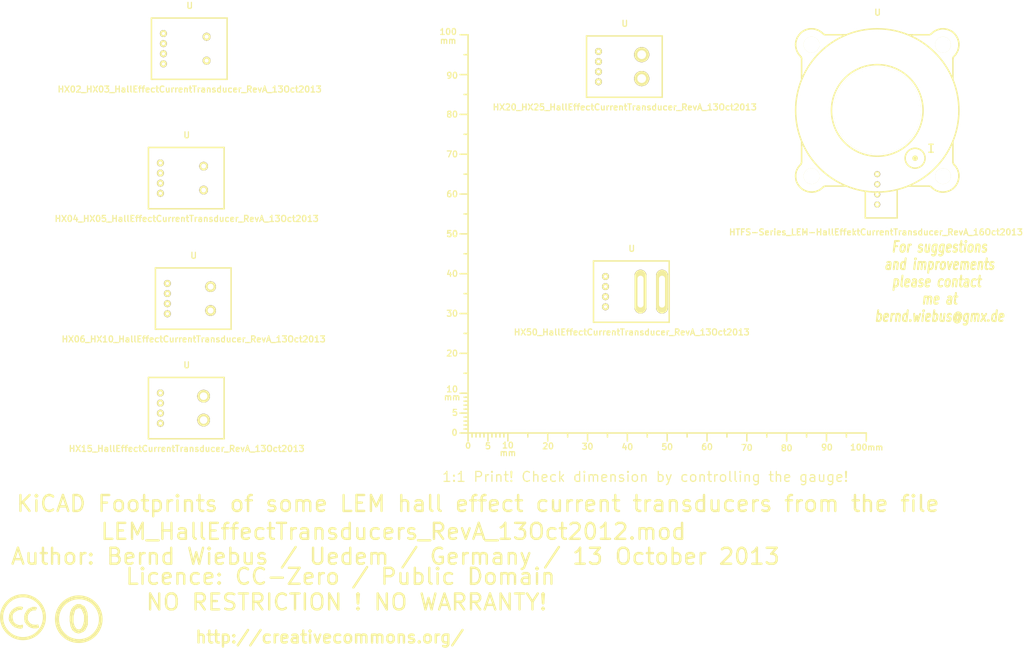
<source format=kicad_pcb>
(kicad_pcb (version 3) (host pcbnew "(2013-03-30 BZR 4007)-stable")

  (general
    (links 0)
    (no_connects 0)
    (area -16.90696 34.2816 284.688066 197.1694)
    (thickness 1.6002)
    (drawings 7)
    (tracks 0)
    (zones 0)
    (modules 10)
    (nets 1)
  )

  (page A4)
  (layers
    (15 Vorderseite signal)
    (0 Rückseite signal)
    (16 B.Adhes user)
    (17 F.Adhes user)
    (18 B.Paste user)
    (19 F.Paste user)
    (20 B.SilkS user)
    (21 F.SilkS user)
    (22 B.Mask user)
    (23 F.Mask user)
    (24 Dwgs.User user)
    (25 Cmts.User user)
    (26 Eco1.User user)
    (27 Eco2.User user)
    (28 Edge.Cuts user)
  )

  (setup
    (last_trace_width 0.2032)
    (trace_clearance 0.254)
    (zone_clearance 0.508)
    (zone_45_only no)
    (trace_min 0.2032)
    (segment_width 0.381)
    (edge_width 0.381)
    (via_size 0.889)
    (via_drill 0.635)
    (via_min_size 0.889)
    (via_min_drill 0.508)
    (uvia_size 0.508)
    (uvia_drill 0.127)
    (uvias_allowed no)
    (uvia_min_size 0.508)
    (uvia_min_drill 0.127)
    (pcb_text_width 0.3048)
    (pcb_text_size 1.524 2.032)
    (mod_edge_width 0.381)
    (mod_text_size 1.524 1.524)
    (mod_text_width 0.3048)
    (pad_size 1.5 1.5)
    (pad_drill 0.8)
    (pad_to_mask_clearance 0.254)
    (aux_axis_origin 0 0)
    (visible_elements 7FFFFFFF)
    (pcbplotparams
      (layerselection 3178497)
      (usegerberextensions true)
      (excludeedgelayer true)
      (linewidth 60)
      (plotframeref false)
      (viasonmask false)
      (mode 1)
      (useauxorigin false)
      (hpglpennumber 1)
      (hpglpenspeed 20)
      (hpglpendiameter 15)
      (hpglpenoverlay 0)
      (psnegative false)
      (psa4output false)
      (plotreference true)
      (plotvalue true)
      (plotothertext true)
      (plotinvisibletext false)
      (padsonsilk false)
      (subtractmaskfromsilk false)
      (outputformat 1)
      (mirror false)
      (drillshape 0)
      (scaleselection 1)
      (outputdirectory ""))
  )

  (net 0 "")

  (net_class Default "Dies ist die voreingestellte Netzklasse."
    (clearance 0.254)
    (trace_width 0.2032)
    (via_dia 0.889)
    (via_drill 0.635)
    (uvia_dia 0.508)
    (uvia_drill 0.127)
    (add_net "")
  )

  (module Gauge_100mm_Type2_SilkScreenTop_RevA_Date22Jun2010 (layer Vorderseite) (tedit 525A8D96) (tstamp 4D88F07A)
    (at 132.75056 141.2494)
    (descr "Gauge, Massstab, 100mm, SilkScreenTop, Type 2,")
    (tags "Gauge, Massstab, 100mm, SilkScreenTop, Type 2,")
    (path Gauge_100mm_Type2_SilkScreenTop_RevA_Date22Jun2010)
    (fp_text reference MSC (at 4.0005 8.99922) (layer F.SilkS) hide
      (effects (font (size 1.524 1.524) (thickness 0.3048)))
    )
    (fp_text value Gauge_100mm_Type2_SilkScreenTop_RevA_Date22Jun2010 (at 45.9994 8.99922) (layer F.SilkS) hide
      (effects (font (size 1.524 1.524) (thickness 0.3048)))
    )
    (fp_text user mm (at 9.99998 5.00126) (layer F.SilkS)
      (effects (font (size 1.524 1.524) (thickness 0.3048)))
    )
    (fp_text user mm (at -4.0005 -8.99922) (layer F.SilkS)
      (effects (font (size 1.524 1.524) (thickness 0.3048)))
    )
    (fp_text user mm (at -5.00126 -98.5012) (layer F.SilkS)
      (effects (font (size 1.524 1.524) (thickness 0.3048)))
    )
    (fp_text user 10 (at 10.00506 3.0988) (layer F.SilkS)
      (effects (font (size 1.50114 1.50114) (thickness 0.29972)))
    )
    (fp_text user 0 (at 0.00508 3.19786) (layer F.SilkS)
      (effects (font (size 1.39954 1.50114) (thickness 0.29972)))
    )
    (fp_text user 5 (at 5.0038 3.29946) (layer F.SilkS)
      (effects (font (size 1.50114 1.50114) (thickness 0.29972)))
    )
    (fp_text user 20 (at 20.1041 3.29946) (layer F.SilkS)
      (effects (font (size 1.50114 1.50114) (thickness 0.29972)))
    )
    (fp_text user 30 (at 30.00502 3.39852) (layer F.SilkS)
      (effects (font (size 1.50114 1.50114) (thickness 0.29972)))
    )
    (fp_text user 40 (at 40.005 3.50012) (layer F.SilkS)
      (effects (font (size 1.50114 1.50114) (thickness 0.29972)))
    )
    (fp_text user 50 (at 50.00498 3.50012) (layer F.SilkS)
      (effects (font (size 1.50114 1.50114) (thickness 0.29972)))
    )
    (fp_text user 60 (at 60.00496 3.50012) (layer F.SilkS)
      (effects (font (size 1.50114 1.50114) (thickness 0.29972)))
    )
    (fp_text user 70 (at 70.00494 3.70078) (layer F.SilkS)
      (effects (font (size 1.50114 1.50114) (thickness 0.29972)))
    )
    (fp_text user 80 (at 80.00492 3.79984) (layer F.SilkS)
      (effects (font (size 1.50114 1.50114) (thickness 0.29972)))
    )
    (fp_text user 90 (at 90.1065 3.60172) (layer F.SilkS)
      (effects (font (size 1.50114 1.50114) (thickness 0.29972)))
    )
    (fp_text user 100mm (at 100.10648 3.60172) (layer F.SilkS)
      (effects (font (size 1.50114 1.50114) (thickness 0.29972)))
    )
    (fp_line (start 0 -8.99922) (end -1.00076 -8.99922) (layer F.SilkS) (width 0.381))
    (fp_line (start 0 -8.001) (end -1.00076 -8.001) (layer F.SilkS) (width 0.381))
    (fp_line (start 0 -7.00024) (end -1.00076 -7.00024) (layer F.SilkS) (width 0.381))
    (fp_line (start 0 -5.99948) (end -1.00076 -5.99948) (layer F.SilkS) (width 0.381))
    (fp_line (start 0 -4.0005) (end -1.00076 -4.0005) (layer F.SilkS) (width 0.381))
    (fp_line (start 0 -2.99974) (end -1.00076 -2.99974) (layer F.SilkS) (width 0.381))
    (fp_line (start 0 -1.99898) (end -1.00076 -1.99898) (layer F.SilkS) (width 0.381))
    (fp_line (start 0 -1.00076) (end -1.00076 -1.00076) (layer F.SilkS) (width 0.381))
    (fp_line (start 0 0) (end -1.99898 0) (layer F.SilkS) (width 0.381))
    (fp_line (start 0 -5.00126) (end -1.99898 -5.00126) (layer F.SilkS) (width 0.381))
    (fp_line (start 0 -9.99998) (end -1.99898 -9.99998) (layer F.SilkS) (width 0.381))
    (fp_line (start 0 -15.00124) (end -1.00076 -15.00124) (layer F.SilkS) (width 0.381))
    (fp_line (start 0 -19.99996) (end -1.99898 -19.99996) (layer F.SilkS) (width 0.381))
    (fp_line (start 0 -25.00122) (end -1.00076 -25.00122) (layer F.SilkS) (width 0.381))
    (fp_line (start 0 -29.99994) (end -1.99898 -29.99994) (layer F.SilkS) (width 0.381))
    (fp_line (start 0 -35.0012) (end -1.00076 -35.0012) (layer F.SilkS) (width 0.381))
    (fp_line (start 0 -39.99992) (end -1.99898 -39.99992) (layer F.SilkS) (width 0.381))
    (fp_line (start 0 -45.00118) (end -1.00076 -45.00118) (layer F.SilkS) (width 0.381))
    (fp_line (start 0 -49.9999) (end -1.99898 -49.9999) (layer F.SilkS) (width 0.381))
    (fp_line (start 0 -55.00116) (end -1.00076 -55.00116) (layer F.SilkS) (width 0.381))
    (fp_line (start 0 -59.99988) (end -1.99898 -59.99988) (layer F.SilkS) (width 0.381))
    (fp_line (start 0 -65.00114) (end -1.00076 -65.00114) (layer F.SilkS) (width 0.381))
    (fp_line (start 0 -69.99986) (end -1.99898 -69.99986) (layer F.SilkS) (width 0.381))
    (fp_line (start 0 -75.00112) (end -1.00076 -75.00112) (layer F.SilkS) (width 0.381))
    (fp_line (start 0 -79.99984) (end -1.99898 -79.99984) (layer F.SilkS) (width 0.381))
    (fp_line (start 0 -85.0011) (end -1.00076 -85.0011) (layer F.SilkS) (width 0.381))
    (fp_line (start 0 -89.99982) (end -1.99898 -89.99982) (layer F.SilkS) (width 0.381))
    (fp_line (start 0 -95.00108) (end -1.00076 -95.00108) (layer F.SilkS) (width 0.381))
    (fp_line (start 0 0) (end 0 -99.9998) (layer F.SilkS) (width 0.381))
    (fp_line (start 0 -99.9998) (end -1.99898 -99.9998) (layer F.SilkS) (width 0.381))
    (fp_text user 100 (at -4.99872 -100.7491) (layer F.SilkS)
      (effects (font (size 1.50114 1.50114) (thickness 0.29972)))
    )
    (fp_text user 90 (at -4.0005 -89.7509) (layer F.SilkS)
      (effects (font (size 1.50114 1.50114) (thickness 0.29972)))
    )
    (fp_text user 80 (at -4.0005 -79.99984) (layer F.SilkS)
      (effects (font (size 1.50114 1.50114) (thickness 0.29972)))
    )
    (fp_text user 70 (at -4.0005 -69.99986) (layer F.SilkS)
      (effects (font (size 1.50114 1.50114) (thickness 0.29972)))
    )
    (fp_text user 60 (at -4.0005 -59.99988) (layer F.SilkS)
      (effects (font (size 1.50114 1.50114) (thickness 0.29972)))
    )
    (fp_text user 50 (at -4.0005 -49.9999) (layer F.SilkS)
      (effects (font (size 1.50114 1.50114) (thickness 0.34036)))
    )
    (fp_text user 40 (at -4.0005 -39.99992) (layer F.SilkS)
      (effects (font (size 1.50114 1.50114) (thickness 0.29972)))
    )
    (fp_text user 30 (at -4.0005 -29.99994) (layer F.SilkS)
      (effects (font (size 1.50114 1.50114) (thickness 0.29972)))
    )
    (fp_text user 20 (at -4.0005 -19.99996) (layer F.SilkS)
      (effects (font (size 1.50114 1.50114) (thickness 0.29972)))
    )
    (fp_line (start 95.00108 0) (end 95.00108 1.00076) (layer F.SilkS) (width 0.381))
    (fp_line (start 89.99982 0) (end 89.99982 1.99898) (layer F.SilkS) (width 0.381))
    (fp_line (start 85.0011 0) (end 85.0011 1.00076) (layer F.SilkS) (width 0.381))
    (fp_line (start 79.99984 0) (end 79.99984 1.99898) (layer F.SilkS) (width 0.381))
    (fp_line (start 75.00112 0) (end 75.00112 1.00076) (layer F.SilkS) (width 0.381))
    (fp_line (start 69.99986 0) (end 69.99986 1.99898) (layer F.SilkS) (width 0.381))
    (fp_line (start 65.00114 0) (end 65.00114 1.00076) (layer F.SilkS) (width 0.381))
    (fp_line (start 59.99988 0) (end 59.99988 1.99898) (layer F.SilkS) (width 0.381))
    (fp_line (start 55.00116 0) (end 55.00116 1.00076) (layer F.SilkS) (width 0.381))
    (fp_line (start 49.9999 0) (end 49.9999 1.99898) (layer F.SilkS) (width 0.381))
    (fp_line (start 45.00118 0) (end 45.00118 1.00076) (layer F.SilkS) (width 0.381))
    (fp_line (start 39.99992 0) (end 39.99992 1.99898) (layer F.SilkS) (width 0.381))
    (fp_line (start 35.0012 0) (end 35.0012 1.00076) (layer F.SilkS) (width 0.381))
    (fp_line (start 29.99994 0) (end 29.99994 1.99898) (layer F.SilkS) (width 0.381))
    (fp_line (start 25.00122 0) (end 25.00122 1.00076) (layer F.SilkS) (width 0.381))
    (fp_line (start 19.99996 0) (end 19.99996 1.99898) (layer F.SilkS) (width 0.381))
    (fp_line (start 15.00124 0) (end 15.00124 1.00076) (layer F.SilkS) (width 0.381))
    (fp_line (start 9.99998 0) (end 99.9998 0) (layer F.SilkS) (width 0.381))
    (fp_line (start 99.9998 0) (end 99.9998 1.99898) (layer F.SilkS) (width 0.381))
    (fp_text user 5 (at -3.302 -5.10286) (layer F.SilkS)
      (effects (font (size 1.50114 1.50114) (thickness 0.29972)))
    )
    (fp_text user 0 (at -3.4036 -0.10414) (layer F.SilkS)
      (effects (font (size 1.50114 1.50114) (thickness 0.29972)))
    )
    (fp_text user 10 (at -4.0005 -11.00074) (layer F.SilkS)
      (effects (font (size 1.50114 1.50114) (thickness 0.29972)))
    )
    (fp_line (start 8.99922 0) (end 8.99922 1.00076) (layer F.SilkS) (width 0.381))
    (fp_line (start 8.001 0) (end 8.001 1.00076) (layer F.SilkS) (width 0.381))
    (fp_line (start 7.00024 0) (end 7.00024 1.00076) (layer F.SilkS) (width 0.381))
    (fp_line (start 5.99948 0) (end 5.99948 1.00076) (layer F.SilkS) (width 0.381))
    (fp_line (start 4.0005 0) (end 4.0005 1.00076) (layer F.SilkS) (width 0.381))
    (fp_line (start 2.99974 0) (end 2.99974 1.00076) (layer F.SilkS) (width 0.381))
    (fp_line (start 1.99898 0) (end 1.99898 1.00076) (layer F.SilkS) (width 0.381))
    (fp_line (start 1.00076 0) (end 1.00076 1.00076) (layer F.SilkS) (width 0.381))
    (fp_line (start 5.00126 0) (end 5.00126 1.99898) (layer F.SilkS) (width 0.381))
    (fp_line (start 0 0) (end 0 1.99898) (layer F.SilkS) (width 0.381))
    (fp_line (start 0 0) (end 9.99998 0) (layer F.SilkS) (width 0.381))
    (fp_line (start 9.99998 0) (end 9.99998 1.99898) (layer F.SilkS) (width 0.381))
  )

  (module Symbol_CC-PublicDomain_SilkScreenTop_Big (layer Vorderseite) (tedit 515D641F) (tstamp 515F0B64)
    (at 35 188)
    (descr "Symbol, CC-PublicDomain, SilkScreen Top, Big,")
    (tags "Symbol, CC-PublicDomain, SilkScreen Top, Big,")
    (path Symbol_CC-Noncommercial_CopperTop_Big)
    (fp_text reference Sym (at 0.59944 -7.29996) (layer F.SilkS) hide
      (effects (font (size 1.524 1.524) (thickness 0.3048)))
    )
    (fp_text value Symbol_CC-PublicDomain_SilkScreenTop_Big (at 0.59944 8.001) (layer F.SilkS) hide
      (effects (font (size 1.524 1.524) (thickness 0.3048)))
    )
    (fp_circle (center 0 0) (end 5.8 -0.05) (layer F.SilkS) (width 0.381))
    (fp_circle (center 0 0) (end 5.5 0) (layer F.SilkS) (width 0.381))
    (fp_circle (center 0.05 0) (end 5.25 0) (layer F.SilkS) (width 0.381))
    (fp_line (start 1.1 -2.5) (end 1.4 -1.9) (layer F.SilkS) (width 0.381))
    (fp_line (start -1.8 1.2) (end -1.6 1.9) (layer F.SilkS) (width 0.381))
    (fp_line (start -1.6 1.9) (end -1.2 2.5) (layer F.SilkS) (width 0.381))
    (fp_line (start 0 -3) (end 0.75 -2.75) (layer F.SilkS) (width 0.381))
    (fp_line (start 0.75 -2.75) (end 1 -2.25) (layer F.SilkS) (width 0.381))
    (fp_line (start 1 -2.25) (end 1.5 -1) (layer F.SilkS) (width 0.381))
    (fp_line (start 1.5 -1) (end 1.5 -0.5) (layer F.SilkS) (width 0.381))
    (fp_line (start 1.5 -0.5) (end 1.5 0.5) (layer F.SilkS) (width 0.381))
    (fp_line (start 1.5 0.5) (end 1.25 1.5) (layer F.SilkS) (width 0.381))
    (fp_line (start 1.25 1.5) (end 0.75 2.5) (layer F.SilkS) (width 0.381))
    (fp_line (start 0.75 2.5) (end 0.25 2.75) (layer F.SilkS) (width 0.381))
    (fp_line (start 0.25 2.75) (end -0.25 2.75) (layer F.SilkS) (width 0.381))
    (fp_line (start -0.25 2.75) (end -0.75 2.5) (layer F.SilkS) (width 0.381))
    (fp_line (start -0.75 2.5) (end -1.25 1.75) (layer F.SilkS) (width 0.381))
    (fp_line (start -1.25 1.75) (end -1.5 0.75) (layer F.SilkS) (width 0.381))
    (fp_line (start -1.5 0.75) (end -1.5 -0.75) (layer F.SilkS) (width 0.381))
    (fp_line (start -1.5 -0.75) (end -1.25 -1.75) (layer F.SilkS) (width 0.381))
    (fp_line (start -1.25 -1.75) (end -1 -2.5) (layer F.SilkS) (width 0.381))
    (fp_line (start -1 -2.5) (end -0.3 -2.9) (layer F.SilkS) (width 0.381))
    (fp_line (start -0.3 -2.9) (end 0.2 -3) (layer F.SilkS) (width 0.381))
    (fp_line (start 0.2 -3) (end 0.8 -3) (layer F.SilkS) (width 0.381))
    (fp_line (start 0.8 -3) (end 1.4 -2.3) (layer F.SilkS) (width 0.381))
    (fp_line (start 1.4 -2.3) (end 1.6 -1.4) (layer F.SilkS) (width 0.381))
    (fp_line (start 1.6 -1.4) (end 1.7 -0.3) (layer F.SilkS) (width 0.381))
    (fp_line (start 1.7 -0.3) (end 1.7 0.9) (layer F.SilkS) (width 0.381))
    (fp_line (start 1.7 0.9) (end 1.4 1.8) (layer F.SilkS) (width 0.381))
    (fp_line (start 1.4 1.8) (end 1 2.7) (layer F.SilkS) (width 0.381))
    (fp_line (start 1 2.7) (end 0.5 3) (layer F.SilkS) (width 0.381))
    (fp_line (start 0.5 3) (end -0.4 3) (layer F.SilkS) (width 0.381))
    (fp_line (start -0.4 3) (end -1.3 2.3) (layer F.SilkS) (width 0.381))
    (fp_line (start -1.3 2.3) (end -1.7 1) (layer F.SilkS) (width 0.381))
    (fp_line (start -1.7 1) (end -1.8 -0.7) (layer F.SilkS) (width 0.381))
    (fp_line (start -1.8 -0.7) (end -1.4 -2.2) (layer F.SilkS) (width 0.381))
    (fp_line (start -1.4 -2.2) (end -1 -2.9) (layer F.SilkS) (width 0.381))
    (fp_line (start -1 -2.9) (end -0.2 -3.3) (layer F.SilkS) (width 0.381))
    (fp_line (start -0.2 -3.3) (end 0.7 -3.2) (layer F.SilkS) (width 0.381))
    (fp_line (start 0.7 -3.2) (end 1.3 -3.1) (layer F.SilkS) (width 0.381))
    (fp_line (start 1.3 -3.1) (end 1.7 -2.4) (layer F.SilkS) (width 0.381))
    (fp_line (start 1.7 -2.4) (end 2 -1.6) (layer F.SilkS) (width 0.381))
    (fp_line (start 2 -1.6) (end 2.1 -0.6) (layer F.SilkS) (width 0.381))
    (fp_line (start 2.1 -0.6) (end 2.1 0.3) (layer F.SilkS) (width 0.381))
    (fp_line (start 2.1 0.3) (end 2.1 1.3) (layer F.SilkS) (width 0.381))
    (fp_line (start 2.1 1.3) (end 1.9 1.8) (layer F.SilkS) (width 0.381))
    (fp_line (start 1.9 1.8) (end 1.5 2.6) (layer F.SilkS) (width 0.381))
    (fp_line (start 1.5 2.6) (end 1.1 3) (layer F.SilkS) (width 0.381))
    (fp_line (start 1.1 3) (end 0.4 3.3) (layer F.SilkS) (width 0.381))
    (fp_line (start 0.4 3.3) (end -0.1 3.4) (layer F.SilkS) (width 0.381))
    (fp_line (start -0.1 3.4) (end -0.8 3.2) (layer F.SilkS) (width 0.381))
    (fp_line (start -0.8 3.2) (end -1.5 2.6) (layer F.SilkS) (width 0.381))
    (fp_line (start -1.5 2.6) (end -1.9 1.7) (layer F.SilkS) (width 0.381))
    (fp_line (start -1.9 1.7) (end -2.1 0.4) (layer F.SilkS) (width 0.381))
    (fp_line (start -2.1 0.4) (end -2.1 -0.6) (layer F.SilkS) (width 0.381))
    (fp_line (start -2.1 -0.6) (end -2 -1.6) (layer F.SilkS) (width 0.381))
    (fp_line (start -2 -1.6) (end -1.7 -2.4) (layer F.SilkS) (width 0.381))
    (fp_line (start -1.7 -2.4) (end -1.2 -3.1) (layer F.SilkS) (width 0.381))
    (fp_line (start -1.2 -3.1) (end -0.4 -3.6) (layer F.SilkS) (width 0.381))
    (fp_line (start -0.4 -3.6) (end 0.4 -3.6) (layer F.SilkS) (width 0.381))
    (fp_line (start 0.4 -3.6) (end 1.1 -3.2) (layer F.SilkS) (width 0.381))
    (fp_line (start 1.1 -3.2) (end 1.1 -2.9) (layer F.SilkS) (width 0.381))
    (fp_line (start 1.1 -2.9) (end 1.8 -1.5) (layer F.SilkS) (width 0.381))
    (fp_line (start 1.8 -1.5) (end 1.8 -0.4) (layer F.SilkS) (width 0.381))
    (fp_line (start 1.8 -0.4) (end 1.8 1.1) (layer F.SilkS) (width 0.381))
    (fp_line (start 1.8 1.1) (end 1.2 2.6) (layer F.SilkS) (width 0.381))
    (fp_line (start 1.2 2.6) (end 0.2 3.2) (layer F.SilkS) (width 0.381))
    (fp_line (start 0.2 3.2) (end -0.5 3.2) (layer F.SilkS) (width 0.381))
    (fp_line (start -0.5 3.2) (end -1.1 2.7) (layer F.SilkS) (width 0.381))
    (fp_line (start -1.1 2.7) (end -1.9 0.6) (layer F.SilkS) (width 0.381))
    (fp_line (start -1.9 0.6) (end -1.7 -1.9) (layer F.SilkS) (width 0.381))
  )

  (module Symbol_CreativeCommons_SilkScreenTop_Type2_Big (layer Vorderseite) (tedit 515D640C) (tstamp 515F46B2)
    (at 21 187.5)
    (descr "Symbol, Creative Commons, SilkScreen Top, Type 2, Big,")
    (tags "Symbol, Creative Commons, SilkScreen Top, Type 2, Big,")
    (path Symbol_CreativeCommons_CopperTop_Type2_Big)
    (fp_text reference Sym (at 0.59944 -7.29996) (layer F.SilkS) hide
      (effects (font (size 1.524 1.524) (thickness 0.3048)))
    )
    (fp_text value Symbol_CreativeCommons_Typ2_SilkScreenTop_Big (at 0.59944 8.001) (layer F.SilkS) hide
      (effects (font (size 1.524 1.524) (thickness 0.3048)))
    )
    (fp_line (start -0.70104 2.70002) (end -0.29972 2.60096) (layer F.SilkS) (width 0.381))
    (fp_line (start -0.29972 2.60096) (end -0.20066 2.10058) (layer F.SilkS) (width 0.381))
    (fp_line (start -2.49936 -1.69926) (end -2.70002 -1.6002) (layer F.SilkS) (width 0.381))
    (fp_line (start -2.70002 -1.6002) (end -3.0988 -1.00076) (layer F.SilkS) (width 0.381))
    (fp_line (start -3.0988 -1.00076) (end -3.29946 -0.50038) (layer F.SilkS) (width 0.381))
    (fp_line (start -3.29946 -0.50038) (end -3.40106 0.39878) (layer F.SilkS) (width 0.381))
    (fp_line (start -3.40106 0.39878) (end -3.29946 0.89916) (layer F.SilkS) (width 0.381))
    (fp_line (start -0.19812 2.4003) (end -0.29718 2.59842) (layer F.SilkS) (width 0.381))
    (fp_line (start 3.70078 2.10058) (end 3.79984 2.4003) (layer F.SilkS) (width 0.381))
    (fp_line (start 2.99974 -2.4003) (end 3.29946 -2.30124) (layer F.SilkS) (width 0.381))
    (fp_line (start 3.29946 -2.30124) (end 3.0988 -1.99898) (layer F.SilkS) (width 0.381))
    (fp_line (start 0 -5.40004) (end -0.50038 -5.40004) (layer F.SilkS) (width 0.381))
    (fp_line (start -0.50038 -5.40004) (end -1.30048 -5.10032) (layer F.SilkS) (width 0.381))
    (fp_line (start -1.30048 -5.10032) (end -1.99898 -4.89966) (layer F.SilkS) (width 0.381))
    (fp_line (start -1.99898 -4.89966) (end -2.70002 -4.699) (layer F.SilkS) (width 0.381))
    (fp_line (start -2.70002 -4.699) (end -3.29946 -4.20116) (layer F.SilkS) (width 0.381))
    (fp_line (start -3.29946 -4.20116) (end -4.0005 -3.59918) (layer F.SilkS) (width 0.381))
    (fp_line (start -4.0005 -3.59918) (end -4.50088 -2.99974) (layer F.SilkS) (width 0.381))
    (fp_line (start -4.50088 -2.99974) (end -5.00126 -2.10058) (layer F.SilkS) (width 0.381))
    (fp_line (start -5.00126 -2.10058) (end -5.30098 -1.09982) (layer F.SilkS) (width 0.381))
    (fp_line (start -5.30098 -1.09982) (end -5.40004 0.09906) (layer F.SilkS) (width 0.381))
    (fp_line (start -5.40004 0.09906) (end -5.19938 1.30048) (layer F.SilkS) (width 0.381))
    (fp_line (start -5.19938 1.30048) (end -4.8006 2.4003) (layer F.SilkS) (width 0.381))
    (fp_line (start -4.8006 2.4003) (end -3.79984 3.8989) (layer F.SilkS) (width 0.381))
    (fp_line (start -3.79984 3.8989) (end -2.60096 4.8006) (layer F.SilkS) (width 0.381))
    (fp_line (start -2.60096 4.8006) (end -1.30048 5.30098) (layer F.SilkS) (width 0.381))
    (fp_line (start -1.30048 5.30098) (end 0.09906 5.30098) (layer F.SilkS) (width 0.381))
    (fp_line (start 0.09906 5.30098) (end 1.6002 5.19938) (layer F.SilkS) (width 0.381))
    (fp_line (start 1.6002 5.19938) (end 2.60096 4.699) (layer F.SilkS) (width 0.381))
    (fp_line (start 2.60096 4.699) (end 4.20116 3.40106) (layer F.SilkS) (width 0.381))
    (fp_line (start 4.20116 3.40106) (end 5.00126 1.80086) (layer F.SilkS) (width 0.381))
    (fp_line (start 5.00126 1.80086) (end 5.40004 0.29972) (layer F.SilkS) (width 0.381))
    (fp_line (start 5.40004 0.29972) (end 5.19938 -1.39954) (layer F.SilkS) (width 0.381))
    (fp_line (start 5.19938 -1.39954) (end 4.699 -2.49936) (layer F.SilkS) (width 0.381))
    (fp_line (start 4.699 -2.49936) (end 3.40106 -4.09956) (layer F.SilkS) (width 0.381))
    (fp_line (start 3.40106 -4.09956) (end 2.4003 -4.8006) (layer F.SilkS) (width 0.381))
    (fp_line (start 2.4003 -4.8006) (end 1.39954 -5.19938) (layer F.SilkS) (width 0.381))
    (fp_line (start 1.39954 -5.19938) (end 0 -5.30098) (layer F.SilkS) (width 0.381))
    (fp_line (start 0.60198 -0.70104) (end 0.50292 -0.20066) (layer F.SilkS) (width 0.381))
    (fp_line (start 0.50292 -0.20066) (end 0.50292 0.49784) (layer F.SilkS) (width 0.381))
    (fp_line (start 0.50292 0.49784) (end 0.60198 1.09982) (layer F.SilkS) (width 0.381))
    (fp_line (start 0.60198 1.09982) (end 1.00076 1.69926) (layer F.SilkS) (width 0.381))
    (fp_line (start 1.00076 1.69926) (end 1.50114 2.19964) (layer F.SilkS) (width 0.381))
    (fp_line (start 1.50114 2.19964) (end 2.10058 2.49936) (layer F.SilkS) (width 0.381))
    (fp_line (start 2.10058 2.49936) (end 2.60096 2.59842) (layer F.SilkS) (width 0.381))
    (fp_line (start 2.60096 2.59842) (end 3.00228 2.59842) (layer F.SilkS) (width 0.381))
    (fp_line (start 3.00228 2.59842) (end 3.40106 2.59842) (layer F.SilkS) (width 0.381))
    (fp_line (start 3.40106 2.59842) (end 3.80238 2.49936) (layer F.SilkS) (width 0.381))
    (fp_line (start 3.80238 2.49936) (end 3.70078 2.2987) (layer F.SilkS) (width 0.381))
    (fp_line (start 3.70078 2.2987) (end 2.80162 2.4003) (layer F.SilkS) (width 0.381))
    (fp_line (start 2.80162 2.4003) (end 1.80086 2.09804) (layer F.SilkS) (width 0.381))
    (fp_line (start 1.80086 2.09804) (end 1.20142 1.6002) (layer F.SilkS) (width 0.381))
    (fp_line (start 1.20142 1.6002) (end 0.80264 0.6985) (layer F.SilkS) (width 0.381))
    (fp_line (start 0.80264 0.6985) (end 0.70104 -0.29972) (layer F.SilkS) (width 0.381))
    (fp_line (start 0.70104 -0.29972) (end 1.00076 -1.00076) (layer F.SilkS) (width 0.381))
    (fp_line (start 1.00076 -1.00076) (end 1.60274 -1.7018) (layer F.SilkS) (width 0.381))
    (fp_line (start 1.60274 -1.7018) (end 2.30124 -2.10058) (layer F.SilkS) (width 0.381))
    (fp_line (start 2.30124 -2.10058) (end 3.00228 -2.10058) (layer F.SilkS) (width 0.381))
    (fp_line (start 3.00228 -2.10058) (end 3.10134 -1.89992) (layer F.SilkS) (width 0.381))
    (fp_line (start 3.10134 -1.89992) (end 2.5019 -1.89992) (layer F.SilkS) (width 0.381))
    (fp_line (start 2.5019 -1.89992) (end 1.80086 -1.6002) (layer F.SilkS) (width 0.381))
    (fp_line (start 1.80086 -1.6002) (end 1.30048 -1.00076) (layer F.SilkS) (width 0.381))
    (fp_line (start 1.30048 -1.00076) (end 1.00076 -0.40132) (layer F.SilkS) (width 0.381))
    (fp_line (start 1.00076 -0.40132) (end 1.00076 0.09906) (layer F.SilkS) (width 0.381))
    (fp_line (start 1.00076 0.09906) (end 1.00076 0.6985) (layer F.SilkS) (width 0.381))
    (fp_line (start 1.00076 0.6985) (end 1.30048 1.19888) (layer F.SilkS) (width 0.381))
    (fp_line (start 1.30048 1.19888) (end 1.7018 1.69926) (layer F.SilkS) (width 0.381))
    (fp_line (start 1.7018 1.69926) (end 2.30124 1.99898) (layer F.SilkS) (width 0.381))
    (fp_line (start 2.30124 1.99898) (end 2.90068 2.09804) (layer F.SilkS) (width 0.381))
    (fp_line (start 2.90068 2.09804) (end 3.40106 2.09804) (layer F.SilkS) (width 0.381))
    (fp_line (start 3.40106 2.09804) (end 3.70078 1.99898) (layer F.SilkS) (width 0.381))
    (fp_line (start 3.00228 -2.4003) (end 2.40284 -2.4003) (layer F.SilkS) (width 0.381))
    (fp_line (start 2.40284 -2.4003) (end 2.00152 -2.20218) (layer F.SilkS) (width 0.381))
    (fp_line (start 2.00152 -2.20218) (end 1.50114 -2.00152) (layer F.SilkS) (width 0.381))
    (fp_line (start 1.50114 -2.00152) (end 1.10236 -1.6002) (layer F.SilkS) (width 0.381))
    (fp_line (start 1.10236 -1.6002) (end 0.80264 -1.09982) (layer F.SilkS) (width 0.381))
    (fp_line (start 0.80264 -1.09982) (end 0.60198 -0.70104) (layer F.SilkS) (width 0.381))
    (fp_line (start -0.39878 -1.99898) (end -0.89916 -1.99898) (layer F.SilkS) (width 0.381))
    (fp_line (start -0.89916 -1.99898) (end -1.39954 -1.89738) (layer F.SilkS) (width 0.381))
    (fp_line (start -1.39954 -1.89738) (end -1.89992 -1.59766) (layer F.SilkS) (width 0.381))
    (fp_line (start -1.89992 -1.59766) (end -2.4003 -1.19888) (layer F.SilkS) (width 0.381))
    (fp_line (start -2.4003 -1.30048) (end -2.70002 -0.8001) (layer F.SilkS) (width 0.381))
    (fp_line (start -2.70002 -0.8001) (end -2.79908 -0.29972) (layer F.SilkS) (width 0.381))
    (fp_line (start -2.79908 -0.29972) (end -2.79908 0.20066) (layer F.SilkS) (width 0.381))
    (fp_line (start -2.79908 0.20066) (end -2.59842 1.00076) (layer F.SilkS) (width 0.381))
    (fp_line (start -2.69748 1.00076) (end -2.39776 1.39954) (layer F.SilkS) (width 0.381))
    (fp_line (start -2.29616 1.4986) (end -1.79578 1.89992) (layer F.SilkS) (width 0.381))
    (fp_line (start -1.79578 1.89992) (end -1.29794 2.09804) (layer F.SilkS) (width 0.381))
    (fp_line (start -1.29794 2.09804) (end -0.89662 2.19964) (layer F.SilkS) (width 0.381))
    (fp_line (start -0.89662 2.19964) (end -0.49784 2.19964) (layer F.SilkS) (width 0.381))
    (fp_line (start -0.49784 2.19964) (end -0.19812 2.09804) (layer F.SilkS) (width 0.381))
    (fp_line (start -0.19812 2.09804) (end -0.29718 2.4003) (layer F.SilkS) (width 0.381))
    (fp_line (start -0.29718 2.4003) (end -0.89662 2.49936) (layer F.SilkS) (width 0.381))
    (fp_line (start -0.89662 2.49936) (end -1.59766 2.2987) (layer F.SilkS) (width 0.381))
    (fp_line (start -1.59766 2.2987) (end -2.29616 1.79832) (layer F.SilkS) (width 0.381))
    (fp_line (start -2.29616 1.79832) (end -2.79654 1.29794) (layer F.SilkS) (width 0.381))
    (fp_line (start -2.79908 1.39954) (end -2.99974 0.70104) (layer F.SilkS) (width 0.381))
    (fp_line (start -2.99974 0.70104) (end -3.0988 0) (layer F.SilkS) (width 0.381))
    (fp_line (start -3.0988 0) (end -2.99974 -0.59944) (layer F.SilkS) (width 0.381))
    (fp_line (start -2.99974 -0.8001) (end -2.70002 -1.30048) (layer F.SilkS) (width 0.381))
    (fp_line (start -2.70002 -1.09982) (end -2.19964 -1.6002) (layer F.SilkS) (width 0.381))
    (fp_line (start -2.19964 -1.69926) (end -1.69926 -1.99898) (layer F.SilkS) (width 0.381))
    (fp_line (start -1.69926 -1.99898) (end -1.19888 -2.19964) (layer F.SilkS) (width 0.381))
    (fp_line (start -1.19888 -2.19964) (end -0.6985 -2.19964) (layer F.SilkS) (width 0.381))
    (fp_line (start -0.6985 -2.19964) (end -0.29972 -2.19964) (layer F.SilkS) (width 0.381))
    (fp_line (start -0.29972 -2.19964) (end -0.20066 -2.39776) (layer F.SilkS) (width 0.381))
    (fp_line (start -0.20066 -2.39776) (end -0.59944 -2.49936) (layer F.SilkS) (width 0.381))
    (fp_line (start -0.59944 -2.49936) (end -1.00076 -2.49936) (layer F.SilkS) (width 0.381))
    (fp_line (start -1.00076 -2.49936) (end -1.4986 -2.39776) (layer F.SilkS) (width 0.381))
    (fp_line (start -1.4986 -2.39776) (end -2.10058 -2.09804) (layer F.SilkS) (width 0.381))
    (fp_line (start -2.10058 -2.09804) (end -2.59842 -1.69926) (layer F.SilkS) (width 0.381))
    (fp_line (start -2.59842 -1.6002) (end -3.0988 -0.89916) (layer F.SilkS) (width 0.381))
    (fp_line (start -3.0988 -0.89916) (end -3.29946 -0.29972) (layer F.SilkS) (width 0.381))
    (fp_line (start -3.29946 -0.29972) (end -3.29946 0.40132) (layer F.SilkS) (width 0.381))
    (fp_line (start -3.29946 0.40132) (end -3.2004 1.00076) (layer F.SilkS) (width 0.381))
    (fp_line (start -3.29946 0.8001) (end -2.99974 1.39954) (layer F.SilkS) (width 0.381))
    (fp_line (start -2.89814 1.4986) (end -2.49682 1.99898) (layer F.SilkS) (width 0.381))
    (fp_line (start -2.49682 1.99898) (end -1.89738 2.4003) (layer F.SilkS) (width 0.381))
    (fp_line (start -1.89738 2.4003) (end -1.19634 2.59842) (layer F.SilkS) (width 0.381))
    (fp_line (start -1.19634 2.59842) (end -0.69596 2.70002) (layer F.SilkS) (width 0.381))
    (fp_line (start -2.9972 1.19888) (end -2.59842 1.19888) (layer F.SilkS) (width 0.381))
    (fp_circle (center 0 0) (end 5.08 1.016) (layer F.SilkS) (width 0.381))
    (fp_circle (center 0 0) (end 5.588 0) (layer F.SilkS) (width 0.381))
  )

  (module HTFS-Series_LEM-HallEffektCurrentTransducer_RevA_16Oct2013 (layer Vorderseite) (tedit 525EE51B) (tstamp 525EE8A7)
    (at 235.5 60.25)
    (fp_text reference U (at 0.075 -24.6) (layer F.SilkS)
      (effects (font (size 1.524 1.524) (thickness 0.3048)))
    )
    (fp_text value HTFS-Series_LEM-HallEffektCurrentTransducer_RevA_16Oct2013 (at -0.325 30.575) (layer F.SilkS)
      (effects (font (size 1.524 1.524) (thickness 0.3048)))
    )
    (fp_circle (center 9.5 12) (end 9.675 12.125) (layer F.SilkS) (width 0.381))
    (fp_line (start 13 10.5) (end 14 10.5) (layer F.SilkS) (width 0.381))
    (fp_line (start 13 8.5) (end 14 8.5) (layer F.SilkS) (width 0.381))
    (fp_line (start 13.5 8.5) (end 13.5 10.5) (layer F.SilkS) (width 0.381))
    (fp_circle (center 9.5 12) (end 10 12) (layer F.SilkS) (width 0.381))
    (fp_circle (center 9.5 12) (end 11.5 13.5) (layer F.SilkS) (width 0.381))
    (fp_line (start 20.05 14.65) (end 19.85 14.3) (layer F.SilkS) (width 0.381))
    (fp_line (start 19.85 14.3) (end 19.65 14) (layer F.SilkS) (width 0.381))
    (fp_line (start 19.65 14) (end 19.4 13.75) (layer F.SilkS) (width 0.381))
    (fp_line (start 19.4 13.75) (end 19.2 13.5) (layer F.SilkS) (width 0.381))
    (fp_line (start 19.2 13.5) (end 19.1 13.35) (layer F.SilkS) (width 0.381))
    (fp_line (start 19.1 13.35) (end 19 13.05) (layer F.SilkS) (width 0.381))
    (fp_line (start 13 19) (end 13.3 19.05) (layer F.SilkS) (width 0.381))
    (fp_line (start 13.3 19.05) (end 13.5 19.15) (layer F.SilkS) (width 0.381))
    (fp_line (start 13.5 19.15) (end 13.75 19.4) (layer F.SilkS) (width 0.381))
    (fp_line (start 13.75 19.4) (end 14.1 19.7) (layer F.SilkS) (width 0.381))
    (fp_line (start 14.1 19.7) (end 14.4 19.9) (layer F.SilkS) (width 0.381))
    (fp_line (start 14.4 19.9) (end 14.85 20.15) (layer F.SilkS) (width 0.381))
    (fp_line (start 14.85 20.15) (end 15.4 20.35) (layer F.SilkS) (width 0.381))
    (fp_line (start 15.4 20.35) (end 15.8 20.45) (layer F.SilkS) (width 0.381))
    (fp_line (start 15.8 20.45) (end 16.2 20.5) (layer F.SilkS) (width 0.381))
    (fp_line (start 16.2 20.5) (end 16.7 20.5) (layer F.SilkS) (width 0.381))
    (fp_line (start 16.7 20.5) (end 17.15 20.45) (layer F.SilkS) (width 0.381))
    (fp_line (start 17.15 20.45) (end 17.6 20.35) (layer F.SilkS) (width 0.381))
    (fp_line (start 17.6 20.35) (end 18.05 20.2) (layer F.SilkS) (width 0.381))
    (fp_line (start 18.05 20.2) (end 18.55 19.95) (layer F.SilkS) (width 0.381))
    (fp_line (start 18.55 19.95) (end 19.05 19.6) (layer F.SilkS) (width 0.381))
    (fp_line (start 19.05 19.6) (end 19.5 19.15) (layer F.SilkS) (width 0.381))
    (fp_line (start 19.5 19.15) (end 19.75 18.85) (layer F.SilkS) (width 0.381))
    (fp_line (start 19.75 18.85) (end 19.9 18.6) (layer F.SilkS) (width 0.381))
    (fp_line (start 19.9 18.6) (end 20.15 18.15) (layer F.SilkS) (width 0.381))
    (fp_line (start 20.15 18.15) (end 20.3 17.75) (layer F.SilkS) (width 0.381))
    (fp_line (start 20.3 17.75) (end 20.4 17.35) (layer F.SilkS) (width 0.381))
    (fp_line (start 20.4 17.35) (end 20.45 17.05) (layer F.SilkS) (width 0.381))
    (fp_line (start 20.45 17.05) (end 20.5 16.75) (layer F.SilkS) (width 0.381))
    (fp_line (start 20.5 16.75) (end 20.5 16.45) (layer F.SilkS) (width 0.381))
    (fp_line (start 20.5 16.45) (end 20.5 16.15) (layer F.SilkS) (width 0.381))
    (fp_line (start 20.5 16.15) (end 20.45 15.8) (layer F.SilkS) (width 0.381))
    (fp_line (start 20.45 15.8) (end 20.35 15.4) (layer F.SilkS) (width 0.381))
    (fp_line (start 20.35 15.4) (end 20.2 14.95) (layer F.SilkS) (width 0.381))
    (fp_line (start 20.2 14.95) (end 20.05 14.65) (layer F.SilkS) (width 0.381))
    (fp_line (start 8 19) (end 13 19) (layer F.SilkS) (width 0.381))
    (fp_line (start -8 19) (end -13 19) (layer F.SilkS) (width 0.381))
    (fp_line (start -19 13.05) (end -19.05 13.25) (layer F.SilkS) (width 0.381))
    (fp_line (start -19.05 13.25) (end -19.15 13.5) (layer F.SilkS) (width 0.381))
    (fp_line (start -19.15 13.5) (end -19.35 13.7) (layer F.SilkS) (width 0.381))
    (fp_line (start -19.35 13.7) (end -19.65 14.05) (layer F.SilkS) (width 0.381))
    (fp_line (start -19.65 14.05) (end -19.85 14.3) (layer F.SilkS) (width 0.381))
    (fp_line (start -19.85 14.3) (end -20 14.55) (layer F.SilkS) (width 0.381))
    (fp_line (start -20 14.55) (end -20.15 14.85) (layer F.SilkS) (width 0.381))
    (fp_line (start -20.15 14.85) (end -20.3 15.2) (layer F.SilkS) (width 0.381))
    (fp_line (start -20.3 15.2) (end -20.45 15.8) (layer F.SilkS) (width 0.381))
    (fp_line (start -20.45 15.8) (end -20.5 16.2) (layer F.SilkS) (width 0.381))
    (fp_line (start -20.5 16.2) (end -20.5 16.65) (layer F.SilkS) (width 0.381))
    (fp_line (start -20.5 16.65) (end -20.45 17.05) (layer F.SilkS) (width 0.381))
    (fp_line (start -20.45 17.05) (end -20.4 17.45) (layer F.SilkS) (width 0.381))
    (fp_line (start -20.4 17.45) (end -20.3 17.8) (layer F.SilkS) (width 0.381))
    (fp_line (start -20.3 17.8) (end -20.1 18.25) (layer F.SilkS) (width 0.381))
    (fp_line (start -20.1 18.25) (end -19.9 18.6) (layer F.SilkS) (width 0.381))
    (fp_line (start -19.9 18.6) (end -19.6 19) (layer F.SilkS) (width 0.381))
    (fp_line (start -19.6 19) (end -19.3 19.35) (layer F.SilkS) (width 0.381))
    (fp_line (start -19.3 19.35) (end -18.85 19.75) (layer F.SilkS) (width 0.381))
    (fp_line (start -18.85 19.75) (end -18.45 20) (layer F.SilkS) (width 0.381))
    (fp_line (start -18.45 20) (end -17.9 20.25) (layer F.SilkS) (width 0.381))
    (fp_line (start -17.9 20.25) (end -17.4 20.4) (layer F.SilkS) (width 0.381))
    (fp_line (start -17.4 20.4) (end -17.15 20.45) (layer F.SilkS) (width 0.381))
    (fp_line (start -17.15 20.45) (end -16.6 20.5) (layer F.SilkS) (width 0.381))
    (fp_line (start -16.6 20.5) (end -16.25 20.5) (layer F.SilkS) (width 0.381))
    (fp_line (start -16.25 20.5) (end -15.85 20.45) (layer F.SilkS) (width 0.381))
    (fp_line (start -15.85 20.45) (end -15.5 20.4) (layer F.SilkS) (width 0.381))
    (fp_line (start -15.5 20.4) (end -15 20.2) (layer F.SilkS) (width 0.381))
    (fp_line (start -15 20.2) (end -14.6 20.05) (layer F.SilkS) (width 0.381))
    (fp_line (start -14.6 20.05) (end -14.3 19.85) (layer F.SilkS) (width 0.381))
    (fp_line (start -14.3 19.85) (end -13.9 19.55) (layer F.SilkS) (width 0.381))
    (fp_line (start -13.9 19.55) (end -13.6 19.25) (layer F.SilkS) (width 0.381))
    (fp_line (start -13.6 19.25) (end -13.35 19.1) (layer F.SilkS) (width 0.381))
    (fp_line (start -13.35 19.1) (end -13 19) (layer F.SilkS) (width 0.381))
    (fp_line (start -19 8) (end -19 13) (layer F.SilkS) (width 0.381))
    (fp_line (start -13.05 -19) (end -13.3 -19.05) (layer F.SilkS) (width 0.381))
    (fp_line (start -13.3 -19.05) (end -13.6 -19.25) (layer F.SilkS) (width 0.381))
    (fp_line (start -13.6 -19.25) (end -13.85 -19.5) (layer F.SilkS) (width 0.381))
    (fp_line (start -13.85 -19.5) (end -14.1 -19.7) (layer F.SilkS) (width 0.381))
    (fp_line (start -14.1 -19.7) (end -14.5 -19.95) (layer F.SilkS) (width 0.381))
    (fp_line (start -14.5 -19.95) (end -14.85 -20.15) (layer F.SilkS) (width 0.381))
    (fp_line (start -14.85 -20.15) (end -15.3 -20.3) (layer F.SilkS) (width 0.381))
    (fp_line (start -15.3 -20.3) (end -15.8 -20.45) (layer F.SilkS) (width 0.381))
    (fp_line (start -15.8 -20.45) (end -16.25 -20.5) (layer F.SilkS) (width 0.381))
    (fp_line (start -16.25 -20.5) (end -16.75 -20.5) (layer F.SilkS) (width 0.381))
    (fp_line (start -16.75 -20.5) (end -17.15 -20.45) (layer F.SilkS) (width 0.381))
    (fp_line (start -17.15 -20.45) (end -17.6 -20.35) (layer F.SilkS) (width 0.381))
    (fp_line (start -17.6 -20.35) (end -18.05 -20.2) (layer F.SilkS) (width 0.381))
    (fp_line (start -18.05 -20.2) (end -18.35 -20.05) (layer F.SilkS) (width 0.381))
    (fp_line (start -18.35 -20.05) (end -18.7 -19.85) (layer F.SilkS) (width 0.381))
    (fp_line (start -18.7 -19.85) (end -19.1 -19.55) (layer F.SilkS) (width 0.381))
    (fp_line (start -19.1 -19.55) (end -19.4 -19.25) (layer F.SilkS) (width 0.381))
    (fp_line (start -19.4 -19.25) (end -19.65 -18.95) (layer F.SilkS) (width 0.381))
    (fp_line (start -19.65 -18.95) (end -20.05 -18.35) (layer F.SilkS) (width 0.381))
    (fp_line (start -20.05 -18.35) (end -20.2 -18.05) (layer F.SilkS) (width 0.381))
    (fp_line (start -20.2 -18.05) (end -20.3 -17.7) (layer F.SilkS) (width 0.381))
    (fp_line (start -20.3 -17.7) (end -20.4 -17.4) (layer F.SilkS) (width 0.381))
    (fp_line (start -20.4 -17.4) (end -20.5 -16.85) (layer F.SilkS) (width 0.381))
    (fp_line (start -20.5 -16.85) (end -20.5 -16.25) (layer F.SilkS) (width 0.381))
    (fp_line (start -20.5 -16.25) (end -20.4 -15.65) (layer F.SilkS) (width 0.381))
    (fp_line (start -20.4 -15.65) (end -20.25 -15.1) (layer F.SilkS) (width 0.381))
    (fp_line (start -20.25 -15.1) (end -20 -14.55) (layer F.SilkS) (width 0.381))
    (fp_line (start -20 -14.55) (end -19.75 -14.15) (layer F.SilkS) (width 0.381))
    (fp_line (start -19.75 -14.15) (end -19.45 -13.8) (layer F.SilkS) (width 0.381))
    (fp_line (start -19.45 -13.8) (end -19.15 -13.45) (layer F.SilkS) (width 0.381))
    (fp_line (start -19.15 -13.45) (end -19.05 -13.25) (layer F.SilkS) (width 0.381))
    (fp_line (start -19.05 -13.25) (end -19 -13.05) (layer F.SilkS) (width 0.381))
    (fp_line (start 19 -12.95) (end 19.05 -13.3) (layer F.SilkS) (width 0.381))
    (fp_line (start 19.05 -13.3) (end 19.4 -13.7) (layer F.SilkS) (width 0.381))
    (fp_line (start 19.4 -13.7) (end 19.7 -14.05) (layer F.SilkS) (width 0.381))
    (fp_line (start 19.7 -14.05) (end 20 -14.55) (layer F.SilkS) (width 0.381))
    (fp_line (start 20 -14.55) (end 20.25 -15.05) (layer F.SilkS) (width 0.381))
    (fp_line (start 20.25 -15.05) (end 20.4 -15.6) (layer F.SilkS) (width 0.381))
    (fp_line (start 20.4 -15.6) (end 20.5 -16.35) (layer F.SilkS) (width 0.381))
    (fp_line (start 20.5 -16.35) (end 20.5 -16.75) (layer F.SilkS) (width 0.381))
    (fp_line (start 20.5 -16.75) (end 20.45 -17.15) (layer F.SilkS) (width 0.381))
    (fp_line (start 20.45 -17.15) (end 20.4 -17.4) (layer F.SilkS) (width 0.381))
    (fp_line (start 20.4 -17.4) (end 20.3 -17.75) (layer F.SilkS) (width 0.381))
    (fp_line (start 20.3 -17.75) (end 20.15 -18.15) (layer F.SilkS) (width 0.381))
    (fp_line (start 20.15 -18.15) (end 19.9 -18.6) (layer F.SilkS) (width 0.381))
    (fp_line (start 19.9 -18.6) (end 19.7 -18.9) (layer F.SilkS) (width 0.381))
    (fp_line (start 19.7 -18.9) (end 19.45 -19.2) (layer F.SilkS) (width 0.381))
    (fp_line (start 19.45 -19.2) (end 19.1 -19.55) (layer F.SilkS) (width 0.381))
    (fp_line (start 19.1 -19.55) (end 18.85 -19.75) (layer F.SilkS) (width 0.381))
    (fp_line (start 18.85 -19.75) (end 18.55 -19.95) (layer F.SilkS) (width 0.381))
    (fp_line (start 18.55 -19.95) (end 18.25 -20.1) (layer F.SilkS) (width 0.381))
    (fp_line (start 18.25 -20.1) (end 17.9 -20.25) (layer F.SilkS) (width 0.381))
    (fp_line (start 17.9 -20.25) (end 17.55 -20.35) (layer F.SilkS) (width 0.381))
    (fp_line (start 17.55 -20.35) (end 17.35 -20.4) (layer F.SilkS) (width 0.381))
    (fp_line (start 17.35 -20.4) (end 17.05 -20.45) (layer F.SilkS) (width 0.381))
    (fp_line (start 17.05 -20.45) (end 16.7 -20.5) (layer F.SilkS) (width 0.381))
    (fp_line (start 16.7 -20.5) (end 16.35 -20.5) (layer F.SilkS) (width 0.381))
    (fp_line (start 16.35 -20.5) (end 16.15 -20.5) (layer F.SilkS) (width 0.381))
    (fp_line (start 16.15 -20.5) (end 15.9 -20.45) (layer F.SilkS) (width 0.381))
    (fp_line (start 15.9 -20.45) (end 15.45 -20.35) (layer F.SilkS) (width 0.381))
    (fp_line (start 15.45 -20.35) (end 15.1 -20.25) (layer F.SilkS) (width 0.381))
    (fp_line (start 15.1 -20.25) (end 14.85 -20.15) (layer F.SilkS) (width 0.381))
    (fp_line (start 14.85 -20.15) (end 14.55 -20) (layer F.SilkS) (width 0.381))
    (fp_line (start 14.55 -20) (end 14.25 -19.8) (layer F.SilkS) (width 0.381))
    (fp_line (start 14.25 -19.8) (end 13.9 -19.55) (layer F.SilkS) (width 0.381))
    (fp_line (start 13.9 -19.55) (end 13.6 -19.25) (layer F.SilkS) (width 0.381))
    (fp_line (start 13.6 -19.25) (end 13.4 -19.1) (layer F.SilkS) (width 0.381))
    (fp_line (start 13.4 -19.1) (end 13.1 -19) (layer F.SilkS) (width 0.381))
    (fp_line (start 13.1 -19) (end 12.95 -19) (layer F.SilkS) (width 0.381))
    (fp_line (start -19 -13) (end -19 -8) (layer F.SilkS) (width 0.381))
    (fp_line (start -8 -19) (end -13 -19) (layer F.SilkS) (width 0.381))
    (fp_line (start 13 -19) (end 8 -19) (layer F.SilkS) (width 0.381))
    (fp_line (start 19 -8) (end 19 -13) (layer F.SilkS) (width 0.381))
    (fp_line (start 19 8) (end 19 13) (layer F.SilkS) (width 0.381))
    (fp_line (start 5 27) (end 5 20) (layer F.SilkS) (width 0.381))
    (fp_line (start 5 27) (end -3 27) (layer F.SilkS) (width 0.381))
    (fp_line (start -3 27) (end -3 20.5) (layer F.SilkS) (width 0.381))
    (fp_circle (center 0 0) (end 20.5 0) (layer F.SilkS) (width 0.381))
    (fp_circle (center 0 0) (end 11.5 0) (layer F.SilkS) (width 0.381))
    (pad "" np_thru_hole circle (at 0 0) (size 22 22) (drill 22)
      (layers *.Cu *.Mask F.SilkS)
    )
    (pad "" np_thru_hole circle (at 16.5 -16.5) (size 4 4) (drill 4)
      (layers *.Cu *.Mask F.SilkS)
    )
    (pad "" np_thru_hole circle (at -16.5 -16.5) (size 4 4) (drill 4)
      (layers *.Cu *.Mask F.SilkS)
    )
    (pad "" np_thru_hole circle (at -16.5 16.5) (size 4 4) (drill 4)
      (layers *.Cu *.Mask F.SilkS)
    )
    (pad "" np_thru_hole circle (at 16.5 16.5) (size 4 4) (drill 4)
      (layers *.Cu *.Mask F.SilkS)
    )
    (pad 4 thru_hole circle (at 0 16) (size 1.5 1.5) (drill 0.8)
      (layers *.Cu *.Mask F.SilkS)
    )
    (pad 3 thru_hole circle (at 0 18.54) (size 1.5 1.5) (drill 0.8)
      (layers *.Cu *.Mask F.SilkS)
    )
    (pad 2 thru_hole circle (at 0 21.08) (size 1.5 1.5) (drill 0.8)
      (layers *.Cu *.Mask F.SilkS)
    )
    (pad 1 thru_hole circle (at 0 23.62) (size 1.5 1.5) (drill 0.8)
      (layers *.Cu *.Mask F.SilkS)
    )
    (model LEM_HallEffectTransducers_Wings3d_RevA_13Oct2012/HTFS-Serie_LEM-HallEffectTransducer_Faktor03937_RevA_16Oct2013.wrl
      (at (xyz 0 0 0))
      (scale (xyz 0.3937 0.3937 0.3937))
      (rotate (xyz 0 0 0))
    )
  )

  (module HX02_HX03_HallEffectCurrentTransducer_RevA_13Oct2013 (layer Vorderseite) (tedit 525EE718) (tstamp 525EF404)
    (at 62.75 44.75)
    (fp_text reference U (at 0.1 -10.8) (layer F.SilkS)
      (effects (font (size 1.524 1.524) (thickness 0.3048)))
    )
    (fp_text value HX02_HX03_HallEffectCurrentTransducer_RevA_13Oct2013 (at 0.1 10.2) (layer F.SilkS)
      (effects (font (size 1.524 1.524) (thickness 0.3048)))
    )
    (fp_line (start -9.5 7.7) (end 9.5 7.7) (layer F.SilkS) (width 0.381))
    (fp_line (start 9.5 7.7) (end 9.5 -7.7) (layer F.SilkS) (width 0.381))
    (fp_line (start 9.5 -7.7) (end -9.5 -7.7) (layer F.SilkS) (width 0.381))
    (fp_line (start -9.5 -7.7) (end -9.5 7.7) (layer F.SilkS) (width 0.381))
    (pad 5 thru_hole circle (at 4.35 -3) (size 2 2) (drill 1)
      (layers *.Cu *.Mask F.SilkS)
    )
    (pad 6 thru_hole circle (at 4.35 3) (size 2 2) (drill 1)
      (layers *.Cu *.Mask F.SilkS)
    )
    (pad 3 thru_hole circle (at -6.5 1.27) (size 1.75 1.75) (drill 0.8128)
      (layers *.Cu *.Mask F.SilkS)
    )
    (pad 2 thru_hole circle (at -6.5 -1.27) (size 1.75 1.75) (drill 0.8128)
      (layers *.Cu *.Mask F.SilkS)
    )
    (pad 1 thru_hole circle (at -6.5 -3.81) (size 1.75 1.75) (drill 0.8128)
      (layers *.Cu *.Mask F.SilkS)
    )
    (pad 4 thru_hole circle (at -6.5 3.81) (size 1.75 1.75) (drill 0.8128)
      (layers *.Cu *.Mask F.SilkS)
    )
    (model LEM_HallEffectTransducers_Wings3d_RevA_13Oct2012/HX02_HX03_LEM-HallEffectTransducer_Faktor03937_RevA_13Oct2013.wrl
      (at (xyz 0 0 0))
      (scale (xyz 0.3937 0.3937 0.3937))
      (rotate (xyz 0 0 0))
    )
  )

  (module HX04_HX05_HallEffectCurrentTransducer_RevA_13Oct2013 (layer Vorderseite) (tedit 525EE727) (tstamp 525EF530)
    (at 62 77.25)
    (fp_text reference U (at 0.1 -10.8) (layer F.SilkS)
      (effects (font (size 1.524 1.524) (thickness 0.3048)))
    )
    (fp_text value HX04_HX05_HallEffectCurrentTransducer_RevA_13Oct2013 (at 0.1 10.2) (layer F.SilkS)
      (effects (font (size 1.524 1.524) (thickness 0.3048)))
    )
    (fp_line (start -9.5 7.7) (end 9.5 7.7) (layer F.SilkS) (width 0.381))
    (fp_line (start 9.5 7.7) (end 9.5 -7.7) (layer F.SilkS) (width 0.381))
    (fp_line (start 9.5 -7.7) (end -9.5 -7.7) (layer F.SilkS) (width 0.381))
    (fp_line (start -9.5 -7.7) (end -9.5 7.7) (layer F.SilkS) (width 0.381))
    (pad 5 thru_hole circle (at 4.35 -3) (size 2.2 2.2) (drill 1.2)
      (layers *.Cu *.Mask F.SilkS)
    )
    (pad 6 thru_hole circle (at 4.35 3) (size 2.2 2.2) (drill 1.2)
      (layers *.Cu *.Mask F.SilkS)
    )
    (pad 3 thru_hole circle (at -6.5 1.27) (size 1.75 1.75) (drill 0.8128)
      (layers *.Cu *.Mask F.SilkS)
    )
    (pad 2 thru_hole circle (at -6.5 -1.27) (size 1.75 1.75) (drill 0.8128)
      (layers *.Cu *.Mask F.SilkS)
    )
    (pad 1 thru_hole circle (at -6.5 -3.81) (size 1.75 1.75) (drill 0.8128)
      (layers *.Cu *.Mask F.SilkS)
    )
    (pad 4 thru_hole circle (at -6.5 3.81) (size 1.75 1.75) (drill 0.8128)
      (layers *.Cu *.Mask F.SilkS)
    )
    (model LEM_HallEffectTransducers_Wings3d_RevA_13Oct2012/HX04_HX05_LEM-HallEffectTransducer_Faktor03937_RevA_13Oct2013.wrl
      (at (xyz 0 0 0))
      (scale (xyz 0.3937 0.3937 0.3937))
      (rotate (xyz 0 0 0))
    )
  )

  (module HX06_HX10_HallEffectCurrentTransducer_RevA_13Oct2013 (layer Vorderseite) (tedit 525EE734) (tstamp 525EF65C)
    (at 63.75 107.5)
    (fp_text reference U (at 0.1 -10.8) (layer F.SilkS)
      (effects (font (size 1.524 1.524) (thickness 0.3048)))
    )
    (fp_text value HX06_HX10_HallEffectCurrentTransducer_RevA_13Oct2013 (at 0.1 10.2) (layer F.SilkS)
      (effects (font (size 1.524 1.524) (thickness 0.3048)))
    )
    (fp_line (start -9.5 7.7) (end 9.5 7.7) (layer F.SilkS) (width 0.381))
    (fp_line (start 9.5 7.7) (end 9.5 -7.7) (layer F.SilkS) (width 0.381))
    (fp_line (start 9.5 -7.7) (end -9.5 -7.7) (layer F.SilkS) (width 0.381))
    (fp_line (start -9.5 -7.7) (end -9.5 7.7) (layer F.SilkS) (width 0.381))
    (pad 5 thru_hole circle (at 4.35 -3) (size 2.7 2.7) (drill 1.5)
      (layers *.Cu *.Mask F.SilkS)
    )
    (pad 6 thru_hole circle (at 4.35 3) (size 2.7 2.7) (drill 1.5)
      (layers *.Cu *.Mask F.SilkS)
    )
    (pad 3 thru_hole circle (at -6.5 1.27) (size 1.75 1.75) (drill 0.8128)
      (layers *.Cu *.Mask F.SilkS)
    )
    (pad 2 thru_hole circle (at -6.5 -1.27) (size 1.75 1.75) (drill 0.8128)
      (layers *.Cu *.Mask F.SilkS)
    )
    (pad 1 thru_hole circle (at -6.5 -3.81) (size 1.75 1.75) (drill 0.8128)
      (layers *.Cu *.Mask F.SilkS)
    )
    (pad 4 thru_hole circle (at -6.5 3.81) (size 1.75 1.75) (drill 0.8128)
      (layers *.Cu *.Mask F.SilkS)
    )
    (model LEM_HallEffectTransducers_Wings3d_RevA_13Oct2012/HX06_HX10_LEM-HallEffectTransducer_Faktor03937_RevA_13Oct2013.wrl
      (at (xyz 0 0 0))
      (scale (xyz 0.3937 0.3937 0.3937))
      (rotate (xyz 0 0 0))
    )
  )

  (module HX15_HallEffectCurrentTransducer_RevA_13Oct2013 (layer Vorderseite) (tedit 525EE73E) (tstamp 525EF788)
    (at 62 135)
    (fp_text reference U (at 0.1 -10.8) (layer F.SilkS)
      (effects (font (size 1.524 1.524) (thickness 0.3048)))
    )
    (fp_text value HX15_HallEffectCurrentTransducer_RevA_13Oct2013 (at 0.1 10.2) (layer F.SilkS)
      (effects (font (size 1.524 1.524) (thickness 0.3048)))
    )
    (fp_line (start -9.5 7.7) (end 9.5 7.7) (layer F.SilkS) (width 0.381))
    (fp_line (start 9.5 7.7) (end 9.5 -7.7) (layer F.SilkS) (width 0.381))
    (fp_line (start 9.5 -7.7) (end -9.5 -7.7) (layer F.SilkS) (width 0.381))
    (fp_line (start -9.5 -7.7) (end -9.5 7.7) (layer F.SilkS) (width 0.381))
    (pad 5 thru_hole circle (at 4.35 -3) (size 3.2 3.2) (drill 1.9)
      (layers *.Cu *.Mask F.SilkS)
    )
    (pad 6 thru_hole circle (at 4.35 3) (size 3.2 3.2) (drill 1.9)
      (layers *.Cu *.Mask F.SilkS)
    )
    (pad 3 thru_hole circle (at -6.5 1.27) (size 1.75 1.75) (drill 0.8128)
      (layers *.Cu *.Mask F.SilkS)
    )
    (pad 2 thru_hole circle (at -6.5 -1.27) (size 1.75 1.75) (drill 0.8128)
      (layers *.Cu *.Mask F.SilkS)
    )
    (pad 1 thru_hole circle (at -6.5 -3.81) (size 1.75 1.75) (drill 0.8128)
      (layers *.Cu *.Mask F.SilkS)
    )
    (pad 4 thru_hole circle (at -6.5 3.81) (size 1.75 1.75) (drill 0.8128)
      (layers *.Cu *.Mask F.SilkS)
    )
    (model LEM_HallEffectTransducers_Wings3d_RevA_13Oct2012/HX15_LEM-HallEffectTransducer_Faktor03937_RevA_13Oct2013.wrl
      (at (xyz 0 0 0))
      (scale (xyz 0.3937 0.3937 0.3937))
      (rotate (xyz 0 0 0))
    )
  )

  (module HX20_HX25_HallEffectCurrentTransducer_RevA_13Oct2013 (layer Vorderseite) (tedit 525EE748) (tstamp 525EF8B4)
    (at 172 49.25)
    (fp_text reference U (at 0.1 -10.8) (layer F.SilkS)
      (effects (font (size 1.524 1.524) (thickness 0.3048)))
    )
    (fp_text value HX20_HX25_HallEffectCurrentTransducer_RevA_13Oct2013 (at 0.1 10.2) (layer F.SilkS)
      (effects (font (size 1.524 1.524) (thickness 0.3048)))
    )
    (fp_line (start -9.5 7.7) (end 9.5 7.7) (layer F.SilkS) (width 0.381))
    (fp_line (start 9.5 7.7) (end 9.5 -7.7) (layer F.SilkS) (width 0.381))
    (fp_line (start 9.5 -7.7) (end -9.5 -7.7) (layer F.SilkS) (width 0.381))
    (fp_line (start -9.5 -7.7) (end -9.5 7.7) (layer F.SilkS) (width 0.381))
    (pad 5 thru_hole circle (at 4.35 -3) (size 3.8 3.8) (drill 2.2)
      (layers *.Cu *.Mask F.SilkS)
    )
    (pad 6 thru_hole circle (at 4.35 3) (size 3.8 3.8) (drill 2.2)
      (layers *.Cu *.Mask F.SilkS)
    )
    (pad 3 thru_hole circle (at -6.5 1.27) (size 1.75 1.75) (drill 0.8128)
      (layers *.Cu *.Mask F.SilkS)
    )
    (pad 2 thru_hole circle (at -6.5 -1.27) (size 1.75 1.75) (drill 0.8128)
      (layers *.Cu *.Mask F.SilkS)
    )
    (pad 1 thru_hole circle (at -6.5 -3.81) (size 1.75 1.75) (drill 0.8128)
      (layers *.Cu *.Mask F.SilkS)
    )
    (pad 4 thru_hole circle (at -6.5 3.81) (size 1.75 1.75) (drill 0.8128)
      (layers *.Cu *.Mask F.SilkS)
    )
    (model LEM_HallEffectTransducers_Wings3d_RevA_13Oct2012/HX20_HX25_LEM-HallEffectTransducer_Faktor03937_RevA_13Oct2013.wrl
      (at (xyz 0 0 0))
      (scale (xyz 0.3937 0.3937 0.3937))
      (rotate (xyz 0 0 0))
    )
  )

  (module HX50_HallEffectCurrentTransducer_RevA_13Oct2013 (layer Vorderseite) (tedit 525EE754) (tstamp 525EF9E0)
    (at 173.75 105.75)
    (fp_text reference U (at 0.1 -10.8) (layer F.SilkS)
      (effects (font (size 1.524 1.524) (thickness 0.3048)))
    )
    (fp_text value HX50_HallEffectCurrentTransducer_RevA_13Oct2013 (at 0.1 10.2) (layer F.SilkS)
      (effects (font (size 1.524 1.524) (thickness 0.3048)))
    )
    (fp_line (start -9.5 7.7) (end 9.5 7.7) (layer F.SilkS) (width 0.381))
    (fp_line (start 9.5 7.7) (end 9.5 -7.7) (layer F.SilkS) (width 0.381))
    (fp_line (start 9.5 -7.7) (end -9.5 -7.7) (layer F.SilkS) (width 0.381))
    (fp_line (start -9.5 -7.7) (end -9.5 7.7) (layer F.SilkS) (width 0.381))
    (pad 5 thru_hole oval (at 7.7 0) (size 3 11) (drill oval 1.5 8)
      (layers *.Cu *.Mask F.SilkS)
    )
    (pad 6 thru_hole oval (at 2.3 0) (size 3 11) (drill oval 1.5 8)
      (layers *.Cu *.Mask F.SilkS)
    )
    (pad 3 thru_hole circle (at -6.5 1.27) (size 1.75 1.75) (drill 0.8128)
      (layers *.Cu *.Mask F.SilkS)
    )
    (pad 2 thru_hole circle (at -6.5 -1.27) (size 1.75 1.75) (drill 0.8128)
      (layers *.Cu *.Mask F.SilkS)
    )
    (pad 1 thru_hole circle (at -6.5 -3.81) (size 1.75 1.75) (drill 0.8128)
      (layers *.Cu *.Mask F.SilkS)
    )
    (pad 4 thru_hole circle (at -6.5 3.81) (size 1.75 1.75) (drill 0.8128)
      (layers *.Cu *.Mask F.SilkS)
    )
    (model LEM_HallEffectTransducers_Wings3d_RevA_13Oct2012/HX50_LEM-HallEffectTransducer_Faktor03937_RevA_13Oct2013.wrl
      (at (xyz 0 0 0))
      (scale (xyz 0.3937 0.3937 0.3937))
      (rotate (xyz 0 0 0))
    )
  )

  (gr_text http://creativecommons.org/ (at 98 192.5) (layer F.SilkS)
    (effects (font (size 3 3) (thickness 0.6)))
  )
  (gr_text "For suggestions\nand improvements\nplease contact \nme at\nbernd.wiebus@gmx.de" (at 251.16884 103.2191) (layer F.SilkS)
    (effects (font (size 2.70002 1.99898) (thickness 0.50038) italic))
  )
  (gr_text "1:1 Print! Check dimension by controlling the gauge!" (at 177.24882 152.25014) (layer F.SilkS)
    (effects (font (size 2.49936 2.49936) (thickness 0.29972)))
  )
  (gr_text "Licence: CC-Zero / Public Domain \nNO RESTRICTION ! NO WARRANTY!" (at 102.2501 180.50064) (layer F.SilkS)
    (effects (font (size 4.0005 4.0005) (thickness 0.59944)))
  )
  (gr_text "Author: Bernd Wiebus / Uedem / Germany / 13 October 2013" (at 114.50012 172.24958) (layer F.SilkS)
    (effects (font (size 4.0005 4.0005) (thickness 0.59944)))
  )
  (gr_text LEM_HallEffectTransducers_RevA_13Oct2012.mod (at 114.00028 165.9989) (layer F.SilkS)
    (effects (font (size 4.0005 4.0005) (thickness 0.59944)))
  )
  (gr_text "KiCAD Footprints of some LEM hall effect current transducers from the file " (at 136.75 159) (layer F.SilkS)
    (effects (font (size 4.0005 4.0005) (thickness 0.59944)))
  )

)

</source>
